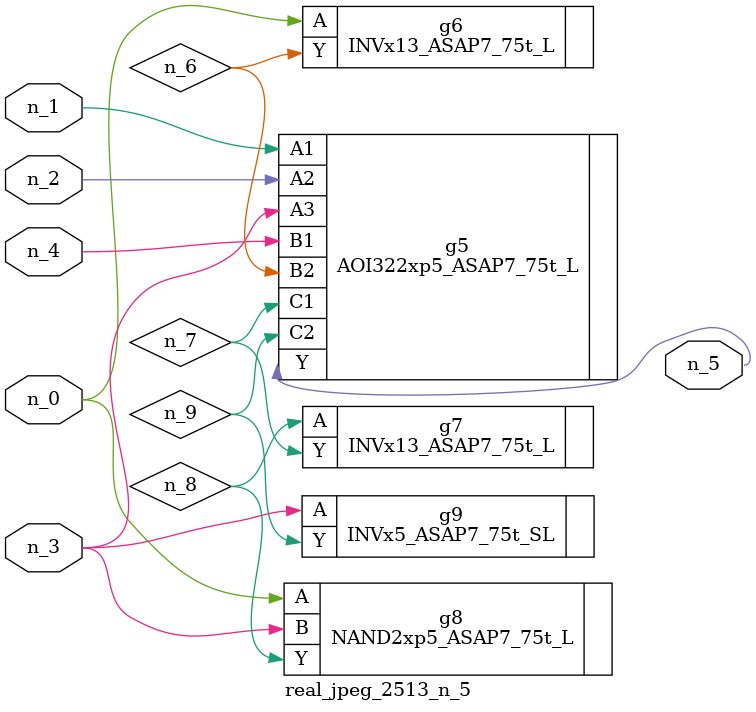
<source format=v>
module real_jpeg_2513_n_5 (n_4, n_0, n_1, n_2, n_3, n_5);

input n_4;
input n_0;
input n_1;
input n_2;
input n_3;

output n_5;

wire n_8;
wire n_6;
wire n_7;
wire n_9;

INVx13_ASAP7_75t_L g6 ( 
.A(n_0),
.Y(n_6)
);

NAND2xp5_ASAP7_75t_L g8 ( 
.A(n_0),
.B(n_3),
.Y(n_8)
);

AOI322xp5_ASAP7_75t_L g5 ( 
.A1(n_1),
.A2(n_2),
.A3(n_3),
.B1(n_4),
.B2(n_6),
.C1(n_7),
.C2(n_9),
.Y(n_5)
);

INVx5_ASAP7_75t_SL g9 ( 
.A(n_3),
.Y(n_9)
);

INVx13_ASAP7_75t_L g7 ( 
.A(n_8),
.Y(n_7)
);


endmodule
</source>
